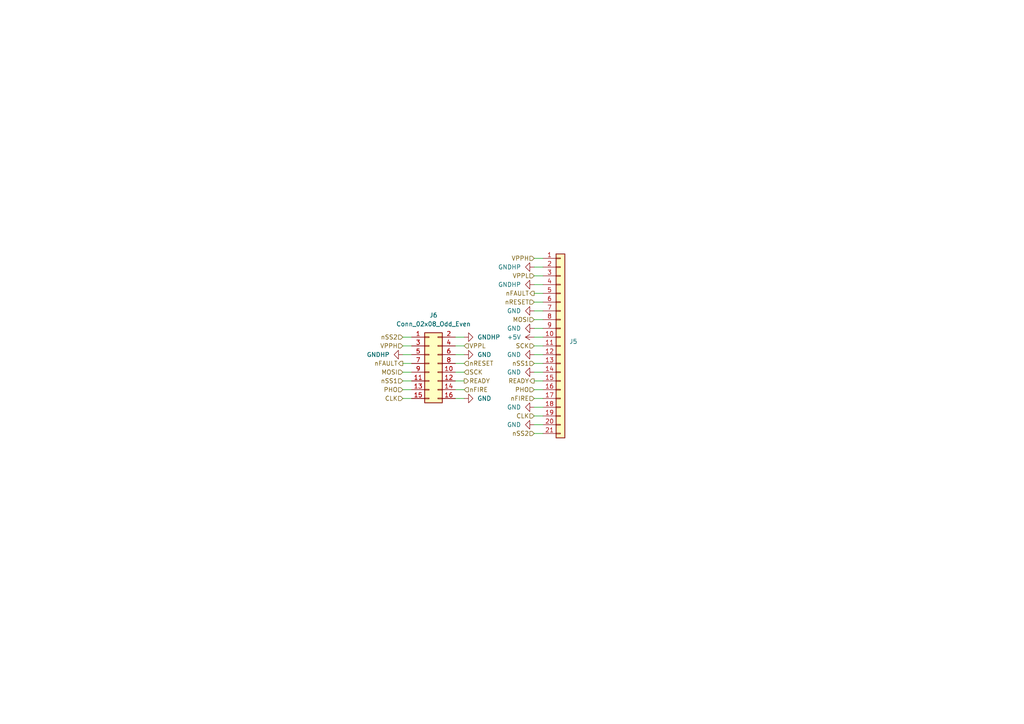
<source format=kicad_sch>
(kicad_sch (version 20230121) (generator eeschema)
  (paper "A4")
  (title_block (title "Xaar 128 Driver") (date "2023-12-04") (rev "1.0.0"))
  (lib_symbols
    (symbol "Connector_Generic:Conn_01x21" (pin_names (offset 1.016) hide)
      (property "Reference" "J" (at 0 27.94 0))
      (property "Value" "Conn_01x21" (at 0 -27.94 0))
      (symbol "Conn_01x21_1_1"
        (rectangle (start -1.27 -25.273) (end 0 -25.527) (stroke (width 0.1524)))
        (rectangle (start -1.27 -22.733) (end 0 -22.987) (stroke (width 0.1524)))
        (rectangle (start -1.27 -20.193) (end 0 -20.447) (stroke (width 0.1524)))
        (rectangle (start -1.27 -17.653) (end 0 -17.907) (stroke (width 0.1524)))
        (rectangle (start -1.27 -15.113) (end 0 -15.367) (stroke (width 0.1524)))
        (rectangle (start -1.27 -12.573) (end 0 -12.827) (stroke (width 0.1524)))
        (rectangle (start -1.27 -10.033) (end 0 -10.287) (stroke (width 0.1524)))
        (rectangle (start -1.27 -7.493) (end 0 -7.747) (stroke (width 0.1524)))
        (rectangle (start -1.27 -4.953) (end 0 -5.207) (stroke (width 0.1524)))
        (rectangle (start -1.27 -2.413) (end 0 -2.667) (stroke (width 0.1524)))
        (rectangle (start -1.27 0.127) (end 0 -0.127) (stroke (width 0.1524)))
        (rectangle (start -1.27 2.667) (end 0 2.413) (stroke (width 0.1524)))
        (rectangle (start -1.27 5.207) (end 0 4.953) (stroke (width 0.1524)))
        (rectangle (start -1.27 7.747) (end 0 7.493) (stroke (width 0.1524)))
        (rectangle (start -1.27 10.287) (end 0 10.033) (stroke (width 0.1524)))
        (rectangle (start -1.27 12.827) (end 0 12.573) (stroke (width 0.1524)))
        (rectangle (start -1.27 15.367) (end 0 15.113) (stroke (width 0.1524)))
        (rectangle (start -1.27 17.907) (end 0 17.653) (stroke (width 0.1524)))
        (rectangle (start -1.27 20.447) (end 0 20.193) (stroke (width 0.1524)))
        (rectangle (start -1.27 22.987) (end 0 22.733) (stroke (width 0.1524)))
        (rectangle (start -1.27 25.527) (end 0 25.273) (stroke (width 0.1524)))
        (rectangle (start -1.27 26.67) (end 1.27 -26.67) (stroke (width 0.254)) (fill (type background)))
        (pin passive line (at -5.08 25.4 0) (length 3.81) (name "Pin_1") (number "1"))
        (pin passive line (at -5.08 2.54 0) (length 3.81) (name "Pin_10") (number "10"))
        (pin passive line (at -5.08 0 0) (length 3.81) (name "Pin_11") (number "11"))
        (pin passive line (at -5.08 -2.54 0) (length 3.81) (name "Pin_12") (number "12"))
        (pin passive line (at -5.08 -5.08 0) (length 3.81) (name "Pin_13") (number "13"))
        (pin passive line (at -5.08 -7.62 0) (length 3.81) (name "Pin_14") (number "14"))
        (pin passive line (at -5.08 -10.16 0) (length 3.81) (name "Pin_15") (number "15"))
        (pin passive line (at -5.08 -12.7 0) (length 3.81) (name "Pin_16") (number "16"))
        (pin passive line (at -5.08 -15.24 0) (length 3.81) (name "Pin_17") (number "17"))
        (pin passive line (at -5.08 -17.78 0) (length 3.81) (name "Pin_18") (number "18"))
        (pin passive line (at -5.08 -20.32 0) (length 3.81) (name "Pin_19") (number "19"))
        (pin passive line (at -5.08 22.86 0) (length 3.81) (name "Pin_2") (number "2"))
        (pin passive line (at -5.08 -22.86 0) (length 3.81) (name "Pin_20") (number "20"))
        (pin passive line (at -5.08 -25.4 0) (length 3.81) (name "Pin_21") (number "21"))
        (pin passive line (at -5.08 20.32 0) (length 3.81) (name "Pin_3") (number "3"))
        (pin passive line (at -5.08 17.78 0) (length 3.81) (name "Pin_4") (number "4"))
        (pin passive line (at -5.08 15.24 0) (length 3.81) (name "Pin_5") (number "5"))
        (pin passive line (at -5.08 12.7 0) (length 3.81) (name "Pin_6") (number "6"))
        (pin passive line (at -5.08 10.16 0) (length 3.81) (name "Pin_7") (number "7"))
        (pin passive line (at -5.08 7.62 0) (length 3.81) (name "Pin_8") (number "8"))
        (pin passive line (at -5.08 5.08 0) (length 3.81) (name "Pin_9") (number "9"))
      )
    )
    (symbol "Connector_Generic:Conn_02x08_Odd_Even" (pin_names (offset 1.016) hide)
      (property "Reference" "J" (at 1.27 10.16 0))
      (property "Value" "Conn_02x08_Odd_Even" (at 1.27 -12.7 0))
      (symbol "Conn_02x08_Odd_Even_1_1"
        (rectangle (start -1.27 -10.033) (end 0 -10.287) (stroke (width 0.1524)))
        (rectangle (start -1.27 -7.493) (end 0 -7.747) (stroke (width 0.1524)))
        (rectangle (start -1.27 -4.953) (end 0 -5.207) (stroke (width 0.1524)))
        (rectangle (start -1.27 -2.413) (end 0 -2.667) (stroke (width 0.1524)))
        (rectangle (start -1.27 0.127) (end 0 -0.127) (stroke (width 0.1524)))
        (rectangle (start -1.27 2.667) (end 0 2.413) (stroke (width 0.1524)))
        (rectangle (start -1.27 5.207) (end 0 4.953) (stroke (width 0.1524)))
        (rectangle (start -1.27 7.747) (end 0 7.493) (stroke (width 0.1524)))
        (rectangle (start -1.27 8.89) (end 3.81 -11.43) (stroke (width 0.254)) (fill (type background)))
        (rectangle (start 3.81 -10.033) (end 2.54 -10.287) (stroke (width 0.1524)))
        (rectangle (start 3.81 -7.493) (end 2.54 -7.747) (stroke (width 0.1524)))
        (rectangle (start 3.81 -4.953) (end 2.54 -5.207) (stroke (width 0.1524)))
        (rectangle (start 3.81 -2.413) (end 2.54 -2.667) (stroke (width 0.1524)))
        (rectangle (start 3.81 0.127) (end 2.54 -0.127) (stroke (width 0.1524)))
        (rectangle (start 3.81 2.667) (end 2.54 2.413) (stroke (width 0.1524)))
        (rectangle (start 3.81 5.207) (end 2.54 4.953) (stroke (width 0.1524)))
        (rectangle (start 3.81 7.747) (end 2.54 7.493) (stroke (width 0.1524)))
        (pin passive line (at -5.08 7.62 0) (length 3.81) (name "Pin_1") (number "1"))
        (pin passive line (at 7.62 -2.54 180) (length 3.81) (name "Pin_10") (number "10"))
        (pin passive line (at -5.08 -5.08 0) (length 3.81) (name "Pin_11") (number "11"))
        (pin passive line (at 7.62 -5.08 180) (length 3.81) (name "Pin_12") (number "12"))
        (pin passive line (at -5.08 -7.62 0) (length 3.81) (name "Pin_13") (number "13"))
        (pin passive line (at 7.62 -7.62 180) (length 3.81) (name "Pin_14") (number "14"))
        (pin passive line (at -5.08 -10.16 0) (length 3.81) (name "Pin_15") (number "15"))
        (pin passive line (at 7.62 -10.16 180) (length 3.81) (name "Pin_16") (number "16"))
        (pin passive line (at 7.62 7.62 180) (length 3.81) (name "Pin_2") (number "2"))
        (pin passive line (at -5.08 5.08 0) (length 3.81) (name "Pin_3") (number "3"))
        (pin passive line (at 7.62 5.08 180) (length 3.81) (name "Pin_4") (number "4"))
        (pin passive line (at -5.08 2.54 0) (length 3.81) (name "Pin_5") (number "5"))
        (pin passive line (at 7.62 2.54 180) (length 3.81) (name "Pin_6") (number "6"))
        (pin passive line (at -5.08 0 0) (length 3.81) (name "Pin_7") (number "7"))
        (pin passive line (at 7.62 0 180) (length 3.81) (name "Pin_8") (number "8"))
        (pin passive line (at -5.08 -2.54 0) (length 3.81) (name "Pin_9") (number "9"))
      )
    )
    (symbol "Xaar_Driver:GNDHP" (power) (pin_names (offset 0))
      (property "Value" "GNDHP" (at 0 -3.81 0))
      (symbol "GNDHP_0_1"
        (polyline (pts (xy 0 0) (xy 0 -1.27) (xy 1.27 -1.27) (xy 0 -2.54) (xy -1.27 -1.27) (xy 0 -1.27)))
      )
      (symbol "GNDHP_1_1"
        (pin power_in line (at 0 0 270) (length 0) hide (name "GNDHP") (number "1"))
      )
    )
    (symbol "power:+5V" (power) (pin_names (offset 0))
      (property "Value" "+5V" (at 0 3.556 0))
      (symbol "+5V_0_1"
        (polyline (pts (xy -0.762 1.27) (xy 0 2.54)))
        (polyline (pts (xy 0 0) (xy 0 2.54)))
        (polyline (pts (xy 0 2.54) (xy 0.762 1.27)))
      )
      (symbol "+5V_1_1"
        (pin power_in line (at 0 0 90) (length 0) hide (name "+5V") (number "1"))
      )
    )
    (symbol "power:GND" (power) (pin_names (offset 0))
      (property "Value" "GND" (at 0 -3.81 0))
      (symbol "GND_0_1"
        (polyline (pts (xy 0 0) (xy 0 -1.27) (xy 1.27 -1.27) (xy 0 -2.54) (xy -1.27 -1.27) (xy 0 -1.27)))
      )
      (symbol "GND_1_1"
        (pin power_in line (at 0 0 270) (length 0) hide (name "GND") (number "1"))
      )
    )
  )
  (wire (pts (xy 154.94 107.95) (xy 157.48 107.95)))
  (wire (pts (xy 154.94 118.11) (xy 157.48 118.11)))
  (wire (pts (xy 154.94 105.41) (xy 157.48 105.41)))
  (wire (pts (xy 154.94 80.01) (xy 157.48 80.01)))
  (wire (pts (xy 132.08 97.79) (xy 134.62 97.79)))
  (wire (pts (xy 132.08 102.87) (xy 134.62 102.87)))
  (wire (pts (xy 132.08 105.41) (xy 134.62 105.41)))
  (wire (pts (xy 116.84 100.33) (xy 119.38 100.33)))
  (wire (pts (xy 154.94 115.57) (xy 157.48 115.57)))
  (wire (pts (xy 154.94 87.63) (xy 157.48 87.63)))
  (wire (pts (xy 116.84 105.41) (xy 119.38 105.41)))
  (wire (pts (xy 132.08 107.95) (xy 134.62 107.95)))
  (wire (pts (xy 116.84 107.95) (xy 119.38 107.95)))
  (wire (pts (xy 116.84 115.57) (xy 119.38 115.57)))
  (wire (pts (xy 154.94 77.47) (xy 157.48 77.47)))
  (wire (pts (xy 154.94 95.25) (xy 157.48 95.25)))
  (wire (pts (xy 116.84 102.87) (xy 119.38 102.87)))
  (wire (pts (xy 116.84 110.49) (xy 119.38 110.49)))
  (wire (pts (xy 154.94 120.65) (xy 157.48 120.65)))
  (wire (pts (xy 154.94 110.49) (xy 157.48 110.49)))
  (wire (pts (xy 154.94 102.87) (xy 157.48 102.87)))
  (wire (pts (xy 154.94 113.03) (xy 157.48 113.03)))
  (wire (pts (xy 154.94 85.09) (xy 157.48 85.09)))
  (wire (pts (xy 154.94 82.55) (xy 157.48 82.55)))
  (wire (pts (xy 154.94 90.17) (xy 157.48 90.17)))
  (wire (pts (xy 132.08 100.33) (xy 134.62 100.33)))
  (wire (pts (xy 154.94 92.71) (xy 157.48 92.71)))
  (wire (pts (xy 116.84 97.79) (xy 119.38 97.79)))
  (wire (pts (xy 132.08 113.03) (xy 134.62 113.03)))
  (wire (pts (xy 154.94 125.73) (xy 157.48 125.73)))
  (wire (pts (xy 154.94 123.19) (xy 157.48 123.19)))
  (wire (pts (xy 116.84 113.03) (xy 119.38 113.03)))
  (wire (pts (xy 154.94 74.93) (xy 157.48 74.93)))
  (wire (pts (xy 132.08 110.49) (xy 134.62 110.49)))
  (wire (pts (xy 154.94 97.79) (xy 157.48 97.79)))
  (wire (pts (xy 132.08 115.57) (xy 134.62 115.57)))
  (wire (pts (xy 154.94 100.33) (xy 157.48 100.33)))
  (hierarchical_label "nSS1" (shape input) (at 154.94 105.41 180))
  (hierarchical_label "CLK" (shape input) (at 154.94 120.65 180))
  (hierarchical_label "VPPL" (shape input) (at 154.94 80.01 180))
  (hierarchical_label "nSS2" (shape input) (at 116.84 97.79 180))
  (hierarchical_label "nFIRE" (shape input) (at 134.62 113.03 0))
  (hierarchical_label "PHO" (shape input) (at 116.84 113.03 180))
  (hierarchical_label "nSS1" (shape input) (at 116.84 110.49 180))
  (hierarchical_label "nRESET" (shape input) (at 134.62 105.41 0))
  (hierarchical_label "MOSI" (shape input) (at 154.94 92.71 180))
  (hierarchical_label "MOSI" (shape input) (at 116.84 107.95 180))
  (hierarchical_label "VPPH" (shape input) (at 154.94 74.93 180))
  (hierarchical_label "SCK" (shape input) (at 154.94 100.33 180))
  (hierarchical_label "VPPL" (shape input) (at 134.62 100.33 0))
  (hierarchical_label "nFAULT" (shape output) (at 116.84 105.41 180))
  (hierarchical_label "CLK" (shape input) (at 116.84 115.57 180))
  (hierarchical_label "nSS2" (shape input) (at 154.94 125.73 180))
  (hierarchical_label "nFAULT" (shape output) (at 154.94 85.09 180))
  (hierarchical_label "VPPH" (shape input) (at 116.84 100.33 180))
  (hierarchical_label "nRESET" (shape input) (at 154.94 87.63 180))
  (hierarchical_label "SCK" (shape input) (at 134.62 107.95 0))
  (hierarchical_label "READY" (shape output) (at 154.94 110.49 180))
  (hierarchical_label "PHO" (shape input) (at 154.94 113.03 180))
  (hierarchical_label "READY" (shape output) (at 134.62 110.49 0))
  (hierarchical_label "nFIRE" (shape input) (at 154.94 115.57 180))
  (symbol (lib_id "Xaar_Driver:GNDHP") (at 154.94 82.55 270) (unit 1)
    (property "Reference" "#PWR091" (effects hide))
    (property "Value" "GNDHP" (at 151.13 82.55 90) (effects (justify right)))
  )
  (symbol (lib_id "power:GND") (at 134.62 102.87 90) (unit 1)
    (property "Reference" "#PWR092" (effects hide))
    (property "Value" "GND" (at 138.43 102.87 90) (effects (justify right)))
  )
  (symbol (lib_id "power:GND") (at 154.94 95.25 270) (unit 1)
    (property "Reference" "#PWR086" (effects hide))
    (property "Value" "GND" (at 151.13 95.25 90) (effects (justify right)))
  )
  (symbol (lib_id "power:GND") (at 154.94 102.87 270) (unit 1)
    (property "Reference" "#PWR089" (effects hide))
    (property "Value" "GND" (at 151.13 102.87 90) (effects (justify right)))
  )
  (symbol (lib_id "Connector_Generic:Conn_02x08_Odd_Even") (at 124.46 105.41 0) (unit 1)
    (property "Reference" "J6" (at 125.73 91.44 0))
    (property "Value" "Conn_02x08_Odd_Even" (at 125.73 93.98 0))
  )
  (symbol (lib_id "Xaar_Driver:GNDHP") (at 116.84 102.87 270) (unit 1)
    (property "Reference" "#PWR094" (effects hide))
    (property "Value" "GNDHP" (at 113.03 102.87 90) (effects (justify right)))
  )
  (symbol (lib_id "Xaar_Driver:GNDHP") (at 134.62 97.79 90) (unit 1)
    (property "Reference" "#PWR081" (effects hide))
    (property "Value" "GNDHP" (at 138.43 97.79 90) (effects (justify right)))
  )
  (symbol (lib_id "power:GND") (at 154.94 90.17 270) (unit 1)
    (property "Reference" "#PWR084" (effects hide))
    (property "Value" "GND" (at 151.13 90.17 90) (effects (justify right)))
  )
  (symbol (lib_id "power:GND") (at 154.94 107.95 270) (unit 1)
    (property "Reference" "#PWR087" (effects hide))
    (property "Value" "GND" (at 151.13 107.95 90) (effects (justify right)))
  )
  (symbol (lib_id "power:GND") (at 154.94 123.19 270) (unit 1)
    (property "Reference" "#PWR082" (effects hide))
    (property "Value" "GND" (at 151.13 123.19 90) (effects (justify right)))
  )
  (symbol (lib_id "power:+5V") (at 154.94 97.79 90) (unit 1)
    (property "Reference" "#PWR083" (effects hide))
    (property "Value" "+5V" (at 151.13 97.79 90) (effects (justify left)))
  )
  (symbol (lib_id "Connector_Generic:Conn_01x21") (at 162.56 100.33 0) (unit 1)
    (property "Reference" "J5" (at 165.1 99.06 0) (effects (justify left)))
    (property "Value" "Conn_01x21" (effects hide))
  )
  (symbol (lib_id "power:GND") (at 154.94 118.11 270) (unit 1)
    (property "Reference" "#PWR085" (effects hide))
    (property "Value" "GND" (at 151.13 118.11 90) (effects (justify right)))
  )
  (symbol (lib_id "power:GND") (at 134.62 115.57 90) (unit 1)
    (property "Reference" "#PWR093" (effects hide))
    (property "Value" "GND" (at 138.43 115.57 90) (effects (justify right)))
  )
  (symbol (lib_id "Xaar_Driver:GNDHP") (at 154.94 77.47 270) (unit 1)
    (property "Reference" "#PWR046" (effects hide))
    (property "Value" "GNDHP" (at 151.13 77.47 90) (effects (justify right)))
  )
)
</source>
